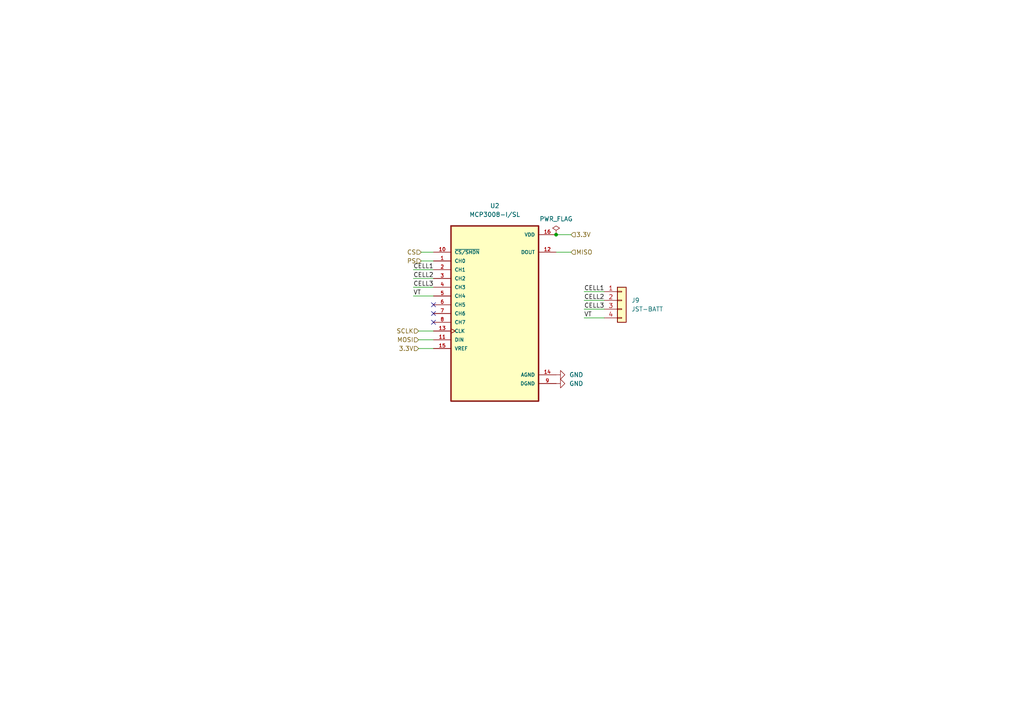
<source format=kicad_sch>
(kicad_sch (version 20211123) (generator eeschema)
  (paper "A4")
  (lib_symbols
    (symbol "24V_Li_batt:Conn_01x04" (pin_names (offset 1.016) hide)
      (property "Reference" "J" (at 0 5.08 0))
      (property "Value" "Conn_01x04" (at 0 -7.62 0))
      (symbol "Conn_01x04_1_1"
        (rectangle (start -1.27 -4.953) (end 0 -5.207) (stroke (width 0.1524)))
        (rectangle (start -1.27 -2.413) (end 0 -2.667) (stroke (width 0.1524)))
        (rectangle (start -1.27 0.127) (end 0 -0.127) (stroke (width 0.1524)))
        (rectangle (start -1.27 2.667) (end 0 2.413) (stroke (width 0.1524)))
        (rectangle (start -1.27 3.81) (end 1.27 -6.35) (stroke (width 0.254)) (fill (type background)))
        (pin passive line (at -5.08 2.54 0) (length 3.81) (name "Pin_1") (number "1"))
        (pin passive line (at -5.08 0 0) (length 3.81) (name "Pin_2") (number "2"))
        (pin passive line (at -5.08 -2.54 0) (length 3.81) (name "Pin_3") (number "3"))
        (pin passive line (at -5.08 -5.08 0) (length 3.81) (name "Pin_4") (number "4"))
      )
    )
    (symbol "MCP3008-I_SL:MCP3008-I{slash}SL" (pin_names (offset 1.016))
      (property "Reference" "U" (at -12.7 26.3906 0))
      (property "Value" "MCP3008-I{slash}SL" (at -12.7 -29.3878 0))
      (symbol "MCP3008-I{slash}SL_0_0"
        (rectangle (start -12.7 -25.4) (end 12.7 25.4) (stroke (width 0.4064)) (fill (type background)))
        (pin input line (at -17.78 15.24 0) (length 5.08) (name "CH0") (number "1"))
        (pin input line (at -17.78 17.78 0) (length 5.08) (name "~{CS/SHDN}") (number "10"))
        (pin input line (at -17.78 -7.62 0) (length 5.08) (name "DIN") (number "11"))
        (pin output line (at 17.78 17.78 180) (length 5.08) (name "DOUT") (number "12"))
        (pin input clock (at -17.78 -5.08 0) (length 5.08) (name "CLK") (number "13"))
        (pin power_in line (at 17.78 -17.78 180) (length 5.08) (name "AGND") (number "14"))
        (pin input line (at -17.78 -10.16 0) (length 5.08) (name "VREF") (number "15"))
        (pin power_in line (at 17.78 22.86 180) (length 5.08) (name "VDD") (number "16"))
        (pin input line (at -17.78 12.7 0) (length 5.08) (name "CH1") (number "2"))
        (pin input line (at -17.78 10.16 0) (length 5.08) (name "CH2") (number "3"))
        (pin input line (at -17.78 7.62 0) (length 5.08) (name "CH3") (number "4"))
        (pin input line (at -17.78 5.08 0) (length 5.08) (name "CH4") (number "5"))
        (pin input line (at -17.78 2.54 0) (length 5.08) (name "CH5") (number "6"))
        (pin input line (at -17.78 0 0) (length 5.08) (name "CH6") (number "7"))
        (pin input line (at -17.78 -2.54 0) (length 5.08) (name "CH7") (number "8"))
        (pin power_in line (at 17.78 -20.32 180) (length 5.08) (name "DGND") (number "9"))
      )
    )
    (symbol "power:GND" (power) (pin_names (offset 0))
      (property "Value" "GND" (at 0 -3.81 0))
      (symbol "GND_0_1"
        (polyline (pts (xy 0 0) (xy 0 -1.27) (xy 1.27 -1.27) (xy 0 -2.54) (xy -1.27 -1.27) (xy 0 -1.27)))
      )
      (symbol "GND_1_1"
        (pin power_in line (at 0 0 270) (length 0) hide (name "GND") (number "1"))
      )
    )
    (symbol "power:PWR_FLAG" (power) (pin_numbers hide) (pin_names (offset 0) hide)
      (property "Value" "PWR_FLAG" (at 0 3.81 0))
      (symbol "PWR_FLAG_0_0"
        (pin power_out line (at 0 0 90) (length 0) (name "pwr") (number "1"))
      )
      (symbol "PWR_FLAG_0_1"
        (polyline (pts (xy 0 0) (xy 0 1.27) (xy -1.016 1.905) (xy 0 2.54) (xy 1.016 1.905) (xy 0 1.27)))
      )
    )
  )
  (junction (at 161.29 68.072))
  (no_connect (at 125.73 88.392))
  (no_connect (at 125.73 90.932))
  (no_connect (at 125.73 93.472))
  (wire (pts (xy 169.418 92.202) (xy 175.26 92.202)))
  (wire (pts (xy 161.29 73.152) (xy 165.608 73.152)))
  (wire (pts (xy 121.412 98.552) (xy 125.73 98.552)))
  (wire (pts (xy 119.888 78.232) (xy 125.73 78.232)))
  (wire (pts (xy 169.418 89.662) (xy 175.26 89.662)))
  (wire (pts (xy 125.73 101.092) (xy 121.412 101.092)))
  (wire (pts (xy 169.418 87.122) (xy 175.26 87.122)))
  (wire (pts (xy 119.888 83.312) (xy 125.73 83.312)))
  (wire (pts (xy 122.174 73.152) (xy 125.73 73.152)))
  (wire (pts (xy 119.888 80.772) (xy 125.73 80.772)))
  (wire (pts (xy 121.412 96.012) (xy 125.73 96.012)))
  (wire (pts (xy 161.29 68.072) (xy 165.608 68.072)))
  (wire (pts (xy 169.418 84.582) (xy 175.26 84.582)))
  (wire (pts (xy 119.888 85.852) (xy 125.73 85.852)))
  (wire (pts (xy 122.174 75.692) (xy 125.73 75.692)))
  (label "CELL2" (at 169.418 87.122 0))
  (label "CELL1" (at 169.418 84.582 0))
  (label "CELL3" (at 119.888 83.312 0))
  (label "VT" (at 119.888 85.852 0))
  (label "CELL2" (at 119.888 80.772 0))
  (label "CELL3" (at 169.418 89.662 0))
  (label "CELL1" (at 119.888 78.232 0))
  (label "VT" (at 169.418 92.202 0))
  (hierarchical_label "3.3V" (shape input) (at 121.412 101.092 180))
  (hierarchical_label "3.3V" (shape input) (at 165.608 68.072 0))
  (hierarchical_label "SCLK" (shape input) (at 121.412 96.012 180))
  (hierarchical_label "MISO" (shape input) (at 165.608 73.152 0))
  (hierarchical_label "MOSI" (shape input) (at 121.412 98.552 180))
  (hierarchical_label "CS" (shape input) (at 122.174 73.152 180))
  (hierarchical_label "PS" (shape input) (at 122.174 75.692 180))
  (symbol (lib_id "24V_Li_batt:Conn_01x04") (at 180.34 87.122 0) (unit 1)
    (property "Reference" "J9" (at 183.134 87.1219 0) (effects (justify left)))
    (property "Value" "JST-BATT" (at 183.134 89.6619 0) (effects (justify left)))
    (property "Footprint" "Connector_PinHeader_2.54mm:PinHeader_1x04_P2.54mm_Vertical" (effects hide))
  )
  (symbol (lib_id "power:GND") (at 161.29 111.252 90) (unit 1)
    (property "Reference" "#PWR0118" (effects hide))
    (property "Value" "GND" (at 165.1 111.2519 90) (effects (justify right)))
  )
  (symbol (lib_id "MCP3008-I_SL:MCP3008-I{slash}SL") (at 143.51 90.932 0) (unit 1)
    (property "Reference" "U2" (at 143.51 59.69 0))
    (property "Value" "MCP3008-I/SL" (at 143.51 62.23 0))
    (property "Footprint" ".pretty:SOIC127P600X175-16N" (effects hide))
    (property "Datasheet" "https://ww1.microchip.com/downloads/en/DeviceDoc/21295d.pdf\\" (effects hide))
  )
  (symbol (lib_id "power:GND") (at 161.29 108.712 90) (unit 1)
    (property "Reference" "#PWR0119" (effects hide))
    (property "Value" "GND" (at 165.1 108.7119 90) (effects (justify right)))
  )
  (symbol (lib_id "power:PWR_FLAG") (at 161.29 68.072 0) (unit 1)
    (property "Reference" "#FLG0102" (effects hide))
    (property "Value" "PWR_FLAG" (at 161.29 63.5 0))
  )
)
</source>
